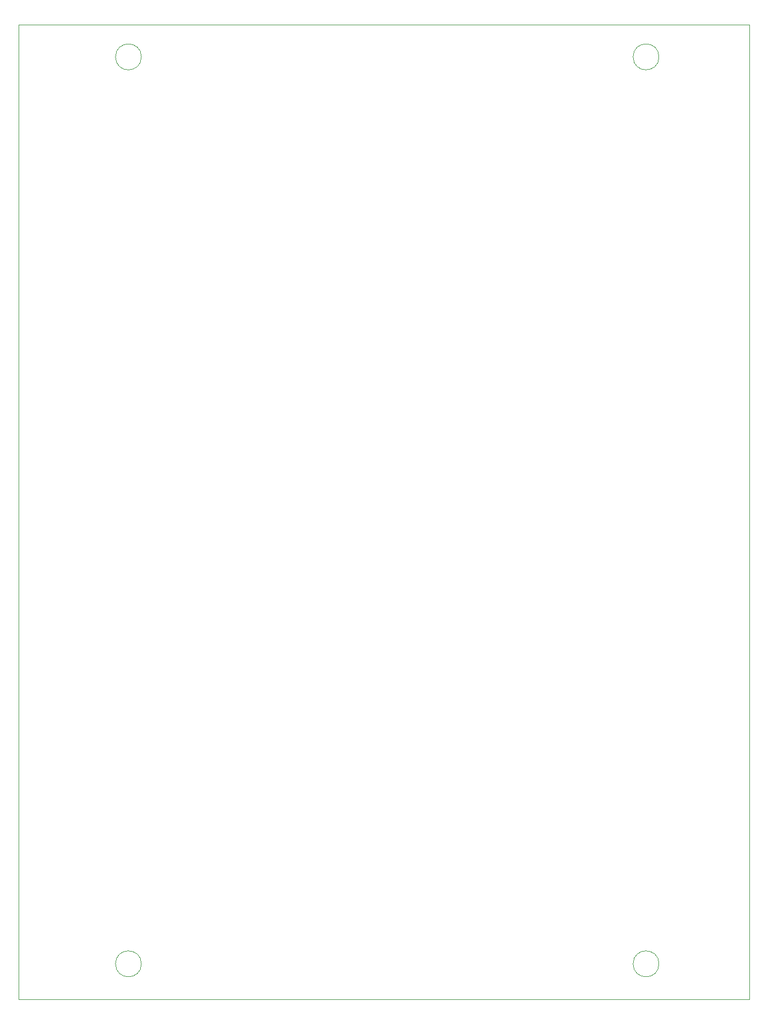
<source format=gbr>
%TF.GenerationSoftware,KiCad,Pcbnew,8.0.7-8.0.7-0~ubuntu22.04.1*%
%TF.CreationDate,2025-02-02T15:20:16-05:00*%
%TF.ProjectId,Keg Washer,4b656720-5761-4736-9865-722e6b696361,rev?*%
%TF.SameCoordinates,Original*%
%TF.FileFunction,Profile,NP*%
%FSLAX46Y46*%
G04 Gerber Fmt 4.6, Leading zero omitted, Abs format (unit mm)*
G04 Created by KiCad (PCBNEW 8.0.7-8.0.7-0~ubuntu22.04.1) date 2025-02-02 15:20:16*
%MOMM*%
%LPD*%
G01*
G04 APERTURE LIST*
%TA.AperFunction,Profile*%
%ADD10C,0.050000*%
%TD*%
G04 APERTURE END LIST*
D10*
X246500000Y-65000000D02*
G75*
G02*
X242500000Y-65000000I-2000000J0D01*
G01*
X242500000Y-65000000D02*
G75*
G02*
X246500000Y-65000000I2000000J0D01*
G01*
X166500000Y-65000000D02*
G75*
G02*
X162500000Y-65000000I-2000000J0D01*
G01*
X162500000Y-65000000D02*
G75*
G02*
X166500000Y-65000000I2000000J0D01*
G01*
X166500000Y-205000000D02*
G75*
G02*
X162500000Y-205000000I-2000000J0D01*
G01*
X162500000Y-205000000D02*
G75*
G02*
X166500000Y-205000000I2000000J0D01*
G01*
X246500000Y-205000000D02*
G75*
G02*
X242500000Y-205000000I-2000000J0D01*
G01*
X242500000Y-205000000D02*
G75*
G02*
X246500000Y-205000000I2000000J0D01*
G01*
X147500000Y-60000000D02*
X260500000Y-60000000D01*
X260500000Y-210500000D01*
X147500000Y-210500000D01*
X147500000Y-60000000D01*
M02*

</source>
